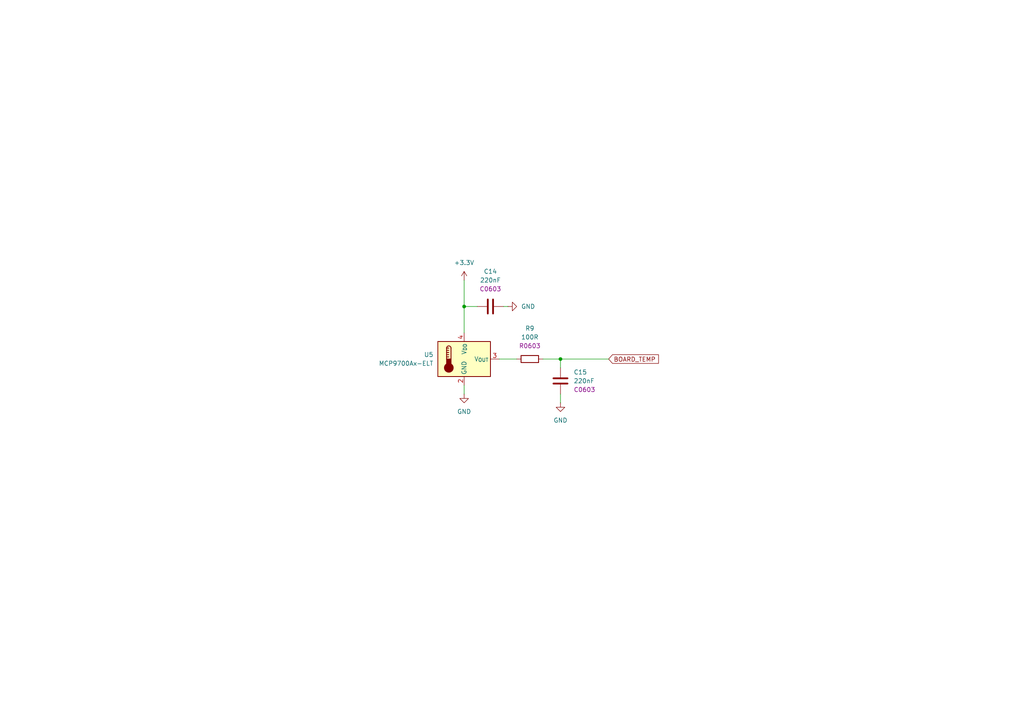
<source format=kicad_sch>
(kicad_sch (version 20250114) (generator "eeschema") (generator_version "9.0")
  (paper "A4")
  (lib_symbols
    (symbol "Device:C" (pin_numbers (hide yes)) (pin_names (offset 0.254))
      (property "Reference" "C" (at 0.635 2.54 0))
      (property "Value" "C" (at 0.635 -2.54 0))
      (symbol "C_0_1"
        (polyline (pts (xy -2.032 0.762) (xy 2.032 0.762)) (stroke (width 0.508)))
        (polyline (pts (xy -2.032 -0.762) (xy 2.032 -0.762)) (stroke (width 0.508)))
      )
      (symbol "C_1_1"
        (pin passive line (at 0 3.81 270) (length 2.794) (name "~") (number "1"))
        (pin passive line (at 0 -3.81 90) (length 2.794) (name "~") (number "2"))
      )
    )
    (symbol "Device:R" (pin_numbers (hide yes)) (pin_names (offset 0))
      (property "Reference" "R" (at 2.032 0 90))
      (property "Value" "R" (at 0 0 90))
      (symbol "R_0_1"
        (rectangle (start -1.016 -2.54) (end 1.016 2.54) (stroke (width 0.254)))
      )
      (symbol "R_1_1"
        (pin passive line (at 0 3.81 270) (length 1.27) (name "~") (number "1"))
        (pin passive line (at 0 -3.81 90) (length 1.27) (name "~") (number "2"))
      )
    )
    (symbol "Sensor_Temperature:MCP9700Ax-ELT"
      (property "Reference" "U" (at -6.35 6.35 0))
      (property "Value" "MCP9700Ax-ELT" (at 1.27 6.35 0))
      (symbol "MCP9700Ax-ELT_0_1"
        (rectangle (start -7.62 5.08) (end 7.62 -5.08) (stroke (width 0.254)) (fill (type background)))
        (polyline (pts (xy -5.08 3.175) (xy -5.08 0)) (stroke (width 0.254)))
        (polyline (pts (xy -5.08 3.175) (xy -4.445 3.175)) (stroke (width 0.254)))
        (polyline (pts (xy -5.08 2.54) (xy -4.445 2.54)) (stroke (width 0.254)))
        (polyline (pts (xy -5.08 1.905) (xy -4.445 1.905)) (stroke (width 0.254)))
        (polyline (pts (xy -5.08 1.27) (xy -4.445 1.27)) (stroke (width 0.254)))
        (polyline (pts (xy -5.08 0.635) (xy -4.445 0.635)) (stroke (width 0.254)))
        (arc (start -5.08 3.175) (mid -4.445 3.8073) (end -3.81 3.175) (stroke (width 0.254)))
        (circle (center -4.445 -2.54) (radius 1.27) (stroke (width 0.254)) (fill (type outline)))
        (polyline (pts (xy -3.81 3.175) (xy -3.81 0)) (stroke (width 0.254)))
        (rectangle (start -3.81 -1.905) (end -5.08 0) (stroke (width 0.254)) (fill (type outline)))
      )
      (symbol "MCP9700Ax-ELT_1_1"
        (pin power_in line (at 0 7.62 270) (length 2.54) (name "V_{DD}") (number "4"))
        (pin power_in line (at 0 -7.62 90) (length 2.54) (name "GND") (number "2"))
        (pin no_connect line (at 7.62 2.54 180) (length 2.54) (hide yes) (name "NC") (number "5"))
        (pin no_connect line (at 7.62 -2.54 180) (length 2.54) (hide yes) (name "NC") (number "1"))
        (pin output line (at 10.16 0 180) (length 2.54) (name "V_{OUT}") (number "3"))
      )
    )
    (symbol "power:+3.3V" (power) (pin_numbers (hide yes)) (pin_names (offset 0) (hide yes))
      (property "Value" "+3.3V" (at 0 3.556 0))
      (symbol "+3.3V_0_1"
        (polyline (pts (xy -0.762 1.27) (xy 0 2.54)))
        (polyline (pts (xy 0 2.54) (xy 0.762 1.27)))
        (polyline (pts (xy 0 0) (xy 0 2.54)))
      )
      (symbol "+3.3V_1_1"
        (pin power_in line (at 0 0 90) (length 0) (name "~") (number "1"))
      )
    )
    (symbol "power:GND" (power) (pin_numbers (hide yes)) (pin_names (offset 0) (hide yes))
      (property "Value" "GND" (at 0 -3.81 0))
      (symbol "GND_0_1"
        (polyline (pts (xy 0 0) (xy 0 -1.27) (xy 1.27 -1.27) (xy 0 -2.54) (xy -1.27 -1.27) (xy 0 -1.27)))
      )
      (symbol "GND_1_1"
        (pin power_in line (at 0 0 270) (length 0) (name "~") (number "1"))
      )
    )
  )
  (junction (at 162.56 104.14))
  (junction (at 134.62 88.9))
  (wire (pts (xy 162.56 104.14) (xy 162.56 106.68)))
  (wire (pts (xy 146.05 88.9) (xy 147.32 88.9)))
  (wire (pts (xy 144.78 104.14) (xy 149.86 104.14)))
  (wire (pts (xy 134.62 111.76) (xy 134.62 114.3)))
  (wire (pts (xy 157.48 104.14) (xy 162.56 104.14)))
  (wire (pts (xy 134.62 81.28) (xy 134.62 88.9)))
  (wire (pts (xy 134.62 88.9) (xy 134.62 96.52)))
  (wire (pts (xy 134.62 88.9) (xy 138.43 88.9)))
  (wire (pts (xy 162.56 104.14) (xy 176.53 104.14)))
  (wire (pts (xy 162.56 114.3) (xy 162.56 116.84)))
  (global_label "BOARD_TEMP" (shape input) (at 176.53 104.14 0) (property "Intersheetrefs" "${INTERSHEET_REFS}" (effects (hide yes))))
  (symbol (lib_id "Device:C") (at 142.24 88.9 90) (unit 1)
    (property "Reference" "C14" (at 142.24 78.74 90))
    (property "Value" "220nF" (at 142.24 81.28 90))
    (property "Footprint" "Capacitor_SMD:C_0603_1608Metric" (effects (hide yes)))
    (property "Description" "Unpolarized capacitor" (effects (hide yes)))
    (property "Package" "C0603" (at 142.24 83.82 90))
  )
  (symbol (lib_id "Device:R") (at 153.67 104.14 270) (unit 1)
    (property "Reference" "R9" (at 153.67 95.25 90))
    (property "Value" "100R" (at 153.67 97.79 90))
    (property "Footprint" "Resistor_SMD:R_0603_1608Metric" (effects (hide yes)))
    (property "Description" "Resistor" (effects (hide yes)))
    (property "Package" "R0603" (at 153.67 100.33 90))
  )
  (symbol (lib_id "Device:C") (at 162.56 110.49 0) (unit 1)
    (property "Reference" "C15" (at 166.37 107.9499 0) (effects (justify left)))
    (property "Value" "220nF" (at 166.37 110.4899 0) (effects (justify left)))
    (property "Footprint" "Capacitor_SMD:C_0603_1608Metric" (effects (hide yes)))
    (property "Description" "Unpolarized capacitor" (effects (hide yes)))
    (property "Package" "C0603" (at 166.37 113.0299 0) (effects (justify left)))
  )
  (symbol (lib_id "power:GND") (at 162.56 116.84 0) (unit 1)
    (property "Reference" "#PWR028" (effects (hide yes)))
    (property "Value" "GND" (at 162.56 121.92 0))
    (property "Description" "Power symbol creates a global label with name \"GND\" , ground" (effects (hide yes)))
  )
  (symbol (lib_id "power:GND") (at 134.62 114.3 0) (unit 1)
    (property "Reference" "#PWR027" (effects (hide yes)))
    (property "Value" "GND" (at 134.62 119.38 0))
    (property "Description" "Power symbol creates a global label with name \"GND\" , ground" (effects (hide yes)))
  )
  (symbol (lib_id "power:+3.3V") (at 134.62 81.28 0) (unit 1)
    (property "Reference" "#PWR020" (effects (hide yes)))
    (property "Value" "+3.3V" (at 134.62 76.2 0))
    (property "Description" "Power symbol creates a global label with name \"+3.3V\"" (effects (hide yes)))
  )
  (symbol (lib_id "power:GND") (at 147.32 88.9 90) (unit 1)
    (property "Reference" "#PWR026" (effects (hide yes)))
    (property "Value" "GND" (at 151.13 88.8999 90) (effects (justify right)))
    (property "Description" "Power symbol creates a global label with name \"GND\" , ground" (effects (hide yes)))
  )
  (symbol (lib_id "Sensor_Temperature:MCP9700Ax-ELT") (at 134.62 104.14 0) (unit 1)
    (property "Reference" "U5" (at 125.73 102.8699 0) (effects (justify right)))
    (property "Value" "MCP9700Ax-ELT" (at 125.73 105.4099 0) (effects (justify right)))
    (property "Footprint" "Package_TO_SOT_SMD:SOT-353_SC-70-5" (effects (hide yes)))
    (property "Datasheet" "http://ww1.microchip.com/downloads/en/DeviceDoc/20001942G.pdf" (effects (hide yes)))
    (property "Description" "Low power, analog thermistor temperature sensor, ±2C accuracy, -40C to +125C, in SC-70-5" (effects (hide yes)))
  )
)
</source>
